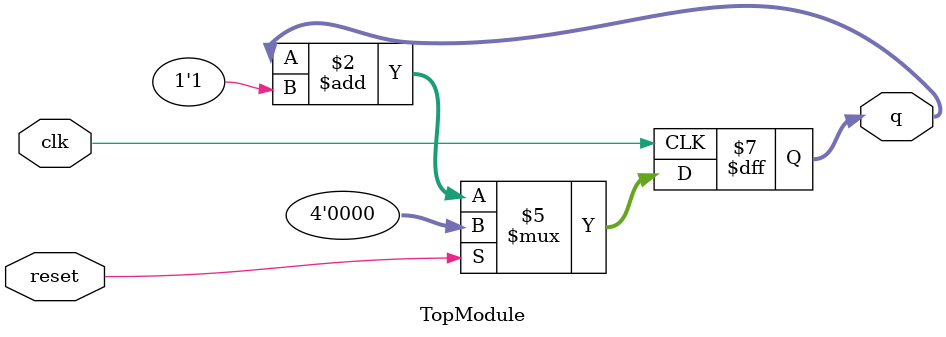
<source format=sv>
module TopModule(
    input logic clk,
    input logic reset,
    output logic [3:0] q
);

    // Initial state for simulation
    initial begin
        q = 4'b0000;
    end

    // Sequential logic for counter with synchronous reset
    always_ff @(posedge clk) begin
        if (reset) begin
            q <= 4'b0000;
        end else begin
            q <= q + 1'b1;
        end
    end

endmodule
</source>
